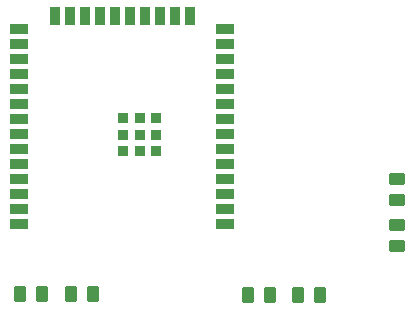
<source format=gtp>
%TF.GenerationSoftware,KiCad,Pcbnew,9.0.6*%
%TF.CreationDate,2026-01-28T21:09:14+07:00*%
%TF.ProjectId,BluetoothCar,426c7565-746f-46f7-9468-4361722e6b69,rev?*%
%TF.SameCoordinates,Original*%
%TF.FileFunction,Paste,Top*%
%TF.FilePolarity,Positive*%
%FSLAX46Y46*%
G04 Gerber Fmt 4.6, Leading zero omitted, Abs format (unit mm)*
G04 Created by KiCad (PCBNEW 9.0.6) date 2026-01-28 21:09:14*
%MOMM*%
%LPD*%
G01*
G04 APERTURE LIST*
G04 Aperture macros list*
%AMRoundRect*
0 Rectangle with rounded corners*
0 $1 Rounding radius*
0 $2 $3 $4 $5 $6 $7 $8 $9 X,Y pos of 4 corners*
0 Add a 4 corners polygon primitive as box body*
4,1,4,$2,$3,$4,$5,$6,$7,$8,$9,$2,$3,0*
0 Add four circle primitives for the rounded corners*
1,1,$1+$1,$2,$3*
1,1,$1+$1,$4,$5*
1,1,$1+$1,$6,$7*
1,1,$1+$1,$8,$9*
0 Add four rect primitives between the rounded corners*
20,1,$1+$1,$2,$3,$4,$5,0*
20,1,$1+$1,$4,$5,$6,$7,0*
20,1,$1+$1,$6,$7,$8,$9,0*
20,1,$1+$1,$8,$9,$2,$3,0*%
G04 Aperture macros list end*
%ADD10RoundRect,0.250000X-0.262500X-0.450000X0.262500X-0.450000X0.262500X0.450000X-0.262500X0.450000X0*%
%ADD11RoundRect,0.250000X0.450000X-0.262500X0.450000X0.262500X-0.450000X0.262500X-0.450000X-0.262500X0*%
%ADD12R,1.500000X0.900000*%
%ADD13R,0.900000X1.500000*%
%ADD14R,0.900000X0.900000*%
G04 APERTURE END LIST*
D10*
%TO.C,R5*%
X121050000Y-144750000D03*
X122875000Y-144750000D03*
%TD*%
D11*
%TO.C,R2*%
X129400000Y-136700000D03*
X129400000Y-134875000D03*
%TD*%
D10*
%TO.C,R3*%
X101837500Y-144650000D03*
X103662500Y-144650000D03*
%TD*%
%TO.C,R4*%
X97537500Y-144650000D03*
X99362500Y-144650000D03*
%TD*%
D11*
%TO.C,R1*%
X129400000Y-140600000D03*
X129400000Y-138775000D03*
%TD*%
D10*
%TO.C,R6*%
X116837500Y-144750000D03*
X118662500Y-144750000D03*
%TD*%
D12*
%TO.C,U1*%
X114900000Y-138715000D03*
X114900000Y-137445000D03*
X114900000Y-136175000D03*
X114900000Y-134905000D03*
X114900000Y-133635000D03*
X114900000Y-132365000D03*
X114900000Y-131095000D03*
X114900000Y-129825000D03*
X114900000Y-128555000D03*
X114900000Y-127285000D03*
X114900000Y-126015000D03*
X114900000Y-124745000D03*
X114900000Y-123475000D03*
X114900000Y-122205000D03*
D13*
X111865000Y-121110000D03*
X110595000Y-121110000D03*
X109325000Y-121110000D03*
X108055000Y-121110000D03*
X106785000Y-121110000D03*
X105515000Y-121110000D03*
X104245000Y-121110000D03*
X102975000Y-121110000D03*
X101705000Y-121110000D03*
X100435000Y-121110000D03*
D12*
X97400000Y-122205000D03*
X97400000Y-123475000D03*
X97400000Y-124745000D03*
X97400000Y-126015000D03*
X97400000Y-127285000D03*
X97400000Y-128555000D03*
X97400000Y-129825000D03*
X97400000Y-131095000D03*
X97400000Y-132365000D03*
X97400000Y-133635000D03*
X97400000Y-134905000D03*
X97400000Y-136175000D03*
X97400000Y-137445000D03*
X97400000Y-138715000D03*
D14*
X109050000Y-132550000D03*
X109050000Y-131150000D03*
X109050000Y-129750000D03*
X107650000Y-132550000D03*
X107650000Y-131150000D03*
X107650000Y-129750000D03*
X106250000Y-132550000D03*
X106250000Y-131150000D03*
X106250000Y-129750000D03*
%TD*%
M02*

</source>
